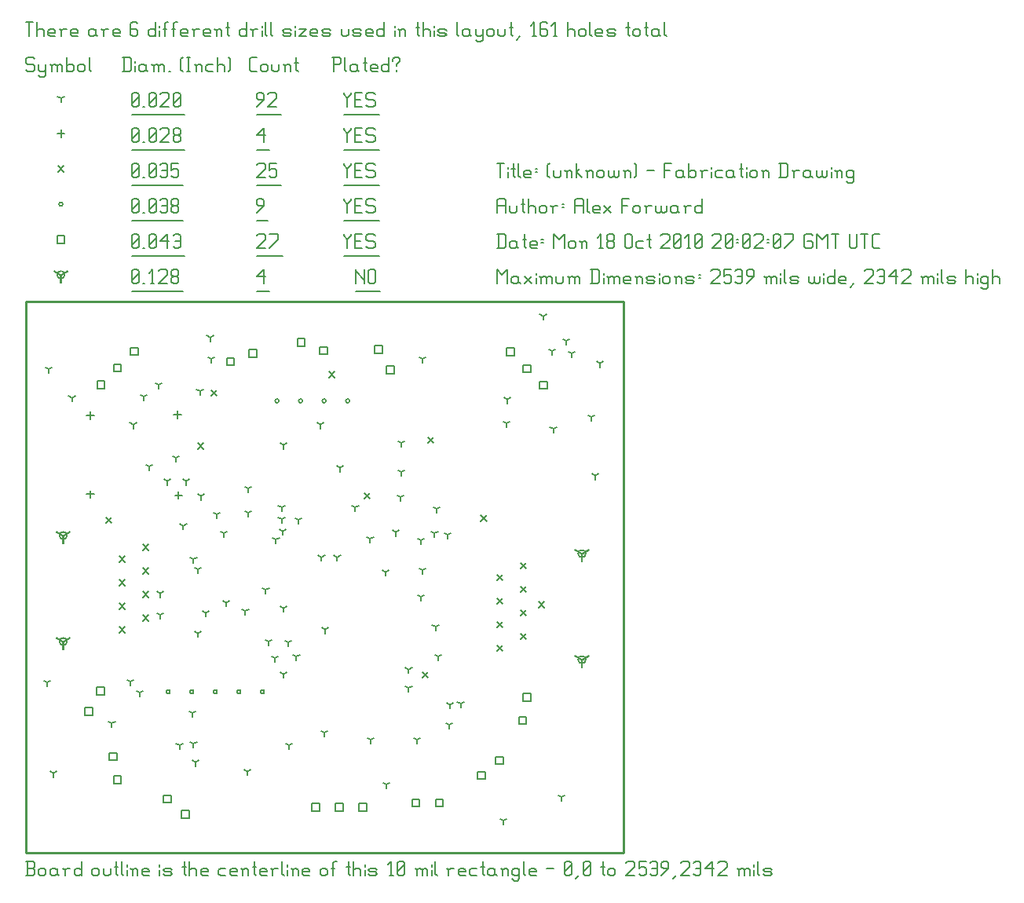
<source format=gbr>
G04 start of page 18 for group -3984 idx -3984 *
G04 Title: (unknown), fab *
G04 Creator: pcb 20100929 *
G04 CreationDate: Mon 18 Oct 2010 20:02:07 GMT UTC *
G04 For: alex *
G04 Format: Gerber/RS-274X *
G04 PCB-Dimensions: 253937 234252 *
G04 PCB-Coordinate-Origin: lower left *
%MOIN*%
%FSLAX25Y25*%
%LNFAB*%
%ADD11C,0.0200*%
%ADD62C,0.0100*%
%ADD64R,0.0080X0.0080*%
%ADD65C,0.0060*%
G54D64*X236182Y127087D02*Y123887D01*
G54D11*G36*
X235635Y127234D02*X239101Y129234D01*
X239501Y128541D01*
X236035Y126541D01*
X235635Y127234D01*
G37*
G36*
X236328Y126541D02*X232862Y128541D01*
X233262Y129234D01*
X236728Y127234D01*
X236328Y126541D01*
G37*
G54D64*X234582Y127087D02*G75*G03X237782Y127087I1600J0D01*G01*
G75*G03X234582Y127087I-1600J0D01*G01*
X236182Y82087D02*Y78887D01*
G54D11*G36*
X235635Y82234D02*X239101Y84234D01*
X239501Y83541D01*
X236035Y81541D01*
X235635Y82234D01*
G37*
G36*
X236328Y81541D02*X232862Y83541D01*
X233262Y84234D01*
X236728Y82234D01*
X236328Y81541D01*
G37*
G54D64*X234582Y82087D02*G75*G03X237782Y82087I1600J0D01*G01*
G75*G03X234582Y82087I-1600J0D01*G01*
X15945Y89804D02*Y86604D01*
G54D11*G36*
X15398Y89951D02*X18864Y91951D01*
X19264Y91258D01*
X15798Y89258D01*
X15398Y89951D01*
G37*
G36*
X16091Y89258D02*X12625Y91258D01*
X13025Y91951D01*
X16491Y89951D01*
X16091Y89258D01*
G37*
G54D64*X14345Y89804D02*G75*G03X17545Y89804I1600J0D01*G01*
G75*G03X14345Y89804I-1600J0D01*G01*
X15945Y134804D02*Y131604D01*
G54D11*G36*
X15398Y134951D02*X18864Y136951D01*
X19264Y136258D01*
X15798Y134258D01*
X15398Y134951D01*
G37*
G36*
X16091Y134258D02*X12625Y136258D01*
X13025Y136951D01*
X16491Y134951D01*
X16091Y134258D01*
G37*
G54D64*X14345Y134804D02*G75*G03X17545Y134804I1600J0D01*G01*
G75*G03X14345Y134804I-1600J0D01*G01*
X15000Y245502D02*Y242302D01*
G54D11*G36*
X14453Y245648D02*X17919Y247648D01*
X18319Y246955D01*
X14853Y244955D01*
X14453Y245648D01*
G37*
G36*
X15146Y244955D02*X11680Y246955D01*
X12080Y247648D01*
X15546Y245648D01*
X15146Y244955D01*
G37*
G54D64*X13400Y245502D02*G75*G03X16600Y245502I1600J0D01*G01*
G75*G03X13400Y245502I-1600J0D01*G01*
G54D65*X140000Y247752D02*Y241752D01*
Y247752D02*Y247002D01*
X143750Y243252D01*
Y247752D02*Y241752D01*
X145551Y247002D02*Y242502D01*
Y247002D02*X146301Y247752D01*
X147801D01*
X148551Y247002D01*
Y242502D01*
X147801Y241752D02*X148551Y242502D01*
X146301Y241752D02*X147801D01*
X145551Y242502D02*X146301Y241752D01*
X140000Y238501D02*X150353D01*
X98000Y244752D02*X101000Y247752D01*
X98000Y244752D02*X101750D01*
X101000Y247752D02*Y241752D01*
X98000Y238501D02*X103551D01*
X45000Y242502D02*X45750Y241752D01*
X45000Y247002D02*Y242502D01*
Y247002D02*X45750Y247752D01*
X47250D01*
X48000Y247002D01*
Y242502D01*
X47250Y241752D02*X48000Y242502D01*
X45750Y241752D02*X47250D01*
X45000Y243252D02*X48000Y246252D01*
X49801Y241752D02*X50551D01*
X53103D02*X54603D01*
X53853Y247752D02*Y241752D01*
X52353Y246252D02*X53853Y247752D01*
X56404Y247002D02*X57154Y247752D01*
X59404D01*
X60154Y247002D01*
Y245502D01*
X56404Y241752D02*X60154Y245502D01*
X56404Y241752D02*X60154D01*
X61956Y242502D02*X62706Y241752D01*
X61956Y244002D02*Y242502D01*
Y244002D02*X62706Y244752D01*
X64206D01*
X64956Y244002D01*
Y242502D01*
X64206Y241752D02*X64956Y242502D01*
X62706Y241752D02*X64206D01*
X61956Y245502D02*X62706Y244752D01*
X61956Y247002D02*Y245502D01*
Y247002D02*X62706Y247752D01*
X64206D01*
X64956Y247002D01*
Y245502D01*
X64206Y244752D02*X64956Y245502D01*
X45000Y238501D02*X66757D01*
X66117Y18136D02*X69317D01*
X66117D02*Y14936D01*
X69317D01*
Y18136D02*Y14936D01*
X58457Y24564D02*X61657D01*
X58457D02*Y21364D01*
X61657D01*
Y24564D02*Y21364D01*
X199582Y40971D02*X202782D01*
X199582D02*Y37771D01*
X202782D01*
Y40971D02*Y37771D01*
X191921Y34543D02*X195121D01*
X191921D02*Y31343D01*
X195121D01*
Y34543D02*Y31343D01*
X148125Y215379D02*X151325D01*
X148125D02*Y212179D01*
X151325D01*
Y215379D02*Y212179D01*
X153125Y206719D02*X156325D01*
X153125D02*Y203519D01*
X156325D01*
Y206719D02*Y203519D01*
X85408Y210262D02*X88608D01*
X85408D02*Y207062D01*
X88608D01*
Y210262D02*Y207062D01*
X94805Y213682D02*X98005D01*
X94805D02*Y210482D01*
X98005D01*
Y213682D02*Y210482D01*
X37377Y32703D02*X40577D01*
X37377D02*Y29503D01*
X40577D01*
Y32703D02*Y29503D01*
X35640Y42551D02*X38840D01*
X35640D02*Y39351D01*
X38840D01*
Y42551D02*Y39351D01*
X115381Y218407D02*X118581D01*
X115381D02*Y215207D01*
X118581D01*
Y218407D02*Y215207D01*
X124778Y214986D02*X127978D01*
X124778D02*Y211786D01*
X127978D01*
Y214986D02*Y211786D01*
X25172Y61837D02*X28372D01*
X25172D02*Y58637D01*
X28372D01*
Y61837D02*Y58637D01*
X30172Y70497D02*X33372D01*
X30172D02*Y67297D01*
X33372D01*
Y70497D02*Y67297D01*
X211160Y67747D02*X214360D01*
X211160D02*Y64547D01*
X214360D01*
Y67747D02*Y64547D01*
X209424Y57900D02*X212624D01*
X209424D02*Y54700D01*
X212624D01*
Y57900D02*Y54700D01*
X173991Y22860D02*X177191D01*
X173991D02*Y19660D01*
X177191D01*
Y22860D02*Y19660D01*
X163991Y22860D02*X167191D01*
X163991D02*Y19660D01*
X167191D01*
Y22860D02*Y19660D01*
X204141Y214364D02*X207341D01*
X204141D02*Y211164D01*
X207341D01*
Y214364D02*Y211164D01*
X211212Y207293D02*X214412D01*
X211212D02*Y204093D01*
X214412D01*
Y207293D02*Y204093D01*
X218283Y200222D02*X221483D01*
X218283D02*Y197022D01*
X221483D01*
Y200222D02*Y197022D01*
X30320Y200450D02*X33520D01*
X30320D02*Y197250D01*
X33520D01*
Y200450D02*Y197250D01*
X37391Y207521D02*X40591D01*
X37391D02*Y204321D01*
X40591D01*
Y207521D02*Y204321D01*
X44463Y214593D02*X47663D01*
X44463D02*Y211393D01*
X47663D01*
Y214593D02*Y211393D01*
X141629Y21090D02*X144829D01*
X141629D02*Y17890D01*
X144829D01*
Y21090D02*Y17890D01*
X131629Y21090D02*X134829D01*
X131629D02*Y17890D01*
X134829D01*
Y21090D02*Y17890D01*
X121629Y21090D02*X124829D01*
X121629D02*Y17890D01*
X124829D01*
Y21090D02*Y17890D01*
X13400Y262102D02*X16600D01*
X13400D02*Y258902D01*
X16600D01*
Y262102D02*Y258902D01*
X135000Y262752D02*Y262002D01*
X136500Y260502D01*
X138000Y262002D01*
Y262752D02*Y262002D01*
X136500Y260502D02*Y256752D01*
X139801Y259752D02*X142051D01*
X139801Y256752D02*X142801D01*
X139801Y262752D02*Y256752D01*
Y262752D02*X142801D01*
X147603D02*X148353Y262002D01*
X145353Y262752D02*X147603D01*
X144603Y262002D02*X145353Y262752D01*
X144603Y262002D02*Y260502D01*
X145353Y259752D01*
X147603D01*
X148353Y259002D01*
Y257502D01*
X147603Y256752D02*X148353Y257502D01*
X145353Y256752D02*X147603D01*
X144603Y257502D02*X145353Y256752D01*
X135000Y253501D02*X150154D01*
X98000Y262002D02*X98750Y262752D01*
X101000D01*
X101750Y262002D01*
Y260502D01*
X98000Y256752D02*X101750Y260502D01*
X98000Y256752D02*X101750D01*
X103551D02*X107301Y260502D01*
Y262752D02*Y260502D01*
X103551Y262752D02*X107301D01*
X98000Y253501D02*X109103D01*
X45000Y257502D02*X45750Y256752D01*
X45000Y262002D02*Y257502D01*
Y262002D02*X45750Y262752D01*
X47250D01*
X48000Y262002D01*
Y257502D01*
X47250Y256752D02*X48000Y257502D01*
X45750Y256752D02*X47250D01*
X45000Y258252D02*X48000Y261252D01*
X49801Y256752D02*X50551D01*
X52353Y257502D02*X53103Y256752D01*
X52353Y262002D02*Y257502D01*
Y262002D02*X53103Y262752D01*
X54603D01*
X55353Y262002D01*
Y257502D01*
X54603Y256752D02*X55353Y257502D01*
X53103Y256752D02*X54603D01*
X52353Y258252D02*X55353Y261252D01*
X57154Y259752D02*X60154Y262752D01*
X57154Y259752D02*X60904D01*
X60154Y262752D02*Y256752D01*
X62706Y262002D02*X63456Y262752D01*
X64956D01*
X65706Y262002D01*
Y257502D01*
X64956Y256752D02*X65706Y257502D01*
X63456Y256752D02*X64956D01*
X62706Y257502D02*X63456Y256752D01*
Y259752D02*X65706D01*
X45000Y253501D02*X67507D01*
X59750Y68503D02*G75*G03X61350Y68503I800J0D01*G01*
G75*G03X59750Y68503I-800J0D01*G01*
X69750D02*G75*G03X71350Y68503I800J0D01*G01*
G75*G03X69750Y68503I-800J0D01*G01*
X79750D02*G75*G03X81350Y68503I800J0D01*G01*
G75*G03X79750Y68503I-800J0D01*G01*
X89750D02*G75*G03X91350Y68503I800J0D01*G01*
G75*G03X89750Y68503I-800J0D01*G01*
X99750D02*G75*G03X101350Y68503I800J0D01*G01*
G75*G03X99750Y68503I-800J0D01*G01*
X105917Y191969D02*G75*G03X107517Y191969I800J0D01*G01*
G75*G03X105917Y191969I-800J0D01*G01*
X115917D02*G75*G03X117517Y191969I800J0D01*G01*
G75*G03X115917Y191969I-800J0D01*G01*
X125917D02*G75*G03X127517Y191969I800J0D01*G01*
G75*G03X125917Y191969I-800J0D01*G01*
X135917D02*G75*G03X137517Y191969I800J0D01*G01*
G75*G03X135917Y191969I-800J0D01*G01*
X14200Y275502D02*G75*G03X15800Y275502I800J0D01*G01*
G75*G03X14200Y275502I-800J0D01*G01*
X135000Y277752D02*Y277002D01*
X136500Y275502D01*
X138000Y277002D01*
Y277752D02*Y277002D01*
X136500Y275502D02*Y271752D01*
X139801Y274752D02*X142051D01*
X139801Y271752D02*X142801D01*
X139801Y277752D02*Y271752D01*
Y277752D02*X142801D01*
X147603D02*X148353Y277002D01*
X145353Y277752D02*X147603D01*
X144603Y277002D02*X145353Y277752D01*
X144603Y277002D02*Y275502D01*
X145353Y274752D01*
X147603D01*
X148353Y274002D01*
Y272502D01*
X147603Y271752D02*X148353Y272502D01*
X145353Y271752D02*X147603D01*
X144603Y272502D02*X145353Y271752D01*
X135000Y268501D02*X150154D01*
X98000Y271752D02*X101000Y274752D01*
Y277002D02*Y274752D01*
X100250Y277752D02*X101000Y277002D01*
X98750Y277752D02*X100250D01*
X98000Y277002D02*X98750Y277752D01*
X98000Y277002D02*Y275502D01*
X98750Y274752D01*
X101000D01*
X98000Y268501D02*X102801D01*
X45000Y272502D02*X45750Y271752D01*
X45000Y277002D02*Y272502D01*
Y277002D02*X45750Y277752D01*
X47250D01*
X48000Y277002D01*
Y272502D01*
X47250Y271752D02*X48000Y272502D01*
X45750Y271752D02*X47250D01*
X45000Y273252D02*X48000Y276252D01*
X49801Y271752D02*X50551D01*
X52353Y272502D02*X53103Y271752D01*
X52353Y277002D02*Y272502D01*
Y277002D02*X53103Y277752D01*
X54603D01*
X55353Y277002D01*
Y272502D01*
X54603Y271752D02*X55353Y272502D01*
X53103Y271752D02*X54603D01*
X52353Y273252D02*X55353Y276252D01*
X57154Y277002D02*X57904Y277752D01*
X59404D01*
X60154Y277002D01*
Y272502D01*
X59404Y271752D02*X60154Y272502D01*
X57904Y271752D02*X59404D01*
X57154Y272502D02*X57904Y271752D01*
Y274752D02*X60154D01*
X61956Y272502D02*X62706Y271752D01*
X61956Y274002D02*Y272502D01*
Y274002D02*X62706Y274752D01*
X64206D01*
X64956Y274002D01*
Y272502D01*
X64206Y271752D02*X64956Y272502D01*
X62706Y271752D02*X64206D01*
X61956Y275502D02*X62706Y274752D01*
X61956Y277002D02*Y275502D01*
Y277002D02*X62706Y277752D01*
X64206D01*
X64956Y277002D01*
Y275502D01*
X64206Y274752D02*X64956Y275502D01*
X45000Y268501D02*X66757D01*
X199982Y88287D02*X202382Y85887D01*
X199982D02*X202382Y88287D01*
X209982Y93287D02*X212382Y90887D01*
X209982D02*X212382Y93287D01*
X199982Y108287D02*X202382Y105887D01*
X199982D02*X202382Y108287D01*
X209982Y113287D02*X212382Y110887D01*
X209982D02*X212382Y113287D01*
X209982Y103287D02*X212382Y100887D01*
X209982D02*X212382Y103287D01*
X209982Y123287D02*X212382Y120887D01*
X209982D02*X212382Y123287D01*
X199982Y118287D02*X202382Y115887D01*
X199982D02*X202382Y118287D01*
X199982Y98287D02*X202382Y95887D01*
X199982D02*X202382Y98287D01*
X49745Y131004D02*X52145Y128604D01*
X49745D02*X52145Y131004D01*
X39745Y126004D02*X42145Y123604D01*
X39745D02*X42145Y126004D01*
X49745Y111004D02*X52145Y108604D01*
X49745D02*X52145Y111004D01*
X39745Y106004D02*X42145Y103604D01*
X39745D02*X42145Y106004D01*
X39745Y116004D02*X42145Y113604D01*
X39745D02*X42145Y116004D01*
X39745Y96004D02*X42145Y93604D01*
X39745D02*X42145Y96004D01*
X49745Y101004D02*X52145Y98604D01*
X49745D02*X52145Y101004D01*
X49745Y121004D02*X52145Y118604D01*
X49745D02*X52145Y121004D01*
X73210Y174035D02*X75610Y171635D01*
X73210D02*X75610Y174035D01*
X143682Y152775D02*X146082Y150375D01*
X143682D02*X146082Y152775D01*
X128722Y204350D02*X131122Y201950D01*
X128722D02*X131122Y204350D01*
X78722Y196476D02*X81122Y194076D01*
X78722D02*X81122Y196476D01*
X34234Y142539D02*X36634Y140139D01*
X34234D02*X36634Y142539D01*
X193289Y143326D02*X195689Y140926D01*
X193289D02*X195689Y143326D01*
X170848Y176397D02*X173248Y173997D01*
X170848D02*X173248Y176397D01*
X217698Y106712D02*X220098Y104312D01*
X217698D02*X220098Y106712D01*
X168485Y76791D02*X170885Y74391D01*
X168485D02*X170885Y76791D01*
X13800Y291702D02*X16200Y289302D01*
X13800D02*X16200Y291702D01*
X135000Y292752D02*Y292002D01*
X136500Y290502D01*
X138000Y292002D01*
Y292752D02*Y292002D01*
X136500Y290502D02*Y286752D01*
X139801Y289752D02*X142051D01*
X139801Y286752D02*X142801D01*
X139801Y292752D02*Y286752D01*
Y292752D02*X142801D01*
X147603D02*X148353Y292002D01*
X145353Y292752D02*X147603D01*
X144603Y292002D02*X145353Y292752D01*
X144603Y292002D02*Y290502D01*
X145353Y289752D01*
X147603D01*
X148353Y289002D01*
Y287502D01*
X147603Y286752D02*X148353Y287502D01*
X145353Y286752D02*X147603D01*
X144603Y287502D02*X145353Y286752D01*
X135000Y283501D02*X150154D01*
X98000Y292002D02*X98750Y292752D01*
X101000D01*
X101750Y292002D01*
Y290502D01*
X98000Y286752D02*X101750Y290502D01*
X98000Y286752D02*X101750D01*
X103551Y292752D02*X106551D01*
X103551D02*Y289752D01*
X104301Y290502D01*
X105801D01*
X106551Y289752D01*
Y287502D01*
X105801Y286752D02*X106551Y287502D01*
X104301Y286752D02*X105801D01*
X103551Y287502D02*X104301Y286752D01*
X98000Y283501D02*X108353D01*
X45000Y287502D02*X45750Y286752D01*
X45000Y292002D02*Y287502D01*
Y292002D02*X45750Y292752D01*
X47250D01*
X48000Y292002D01*
Y287502D01*
X47250Y286752D02*X48000Y287502D01*
X45750Y286752D02*X47250D01*
X45000Y288252D02*X48000Y291252D01*
X49801Y286752D02*X50551D01*
X52353Y287502D02*X53103Y286752D01*
X52353Y292002D02*Y287502D01*
Y292002D02*X53103Y292752D01*
X54603D01*
X55353Y292002D01*
Y287502D01*
X54603Y286752D02*X55353Y287502D01*
X53103Y286752D02*X54603D01*
X52353Y288252D02*X55353Y291252D01*
X57154Y292002D02*X57904Y292752D01*
X59404D01*
X60154Y292002D01*
Y287502D01*
X59404Y286752D02*X60154Y287502D01*
X57904Y286752D02*X59404D01*
X57154Y287502D02*X57904Y286752D01*
Y289752D02*X60154D01*
X61956Y292752D02*X64956D01*
X61956D02*Y289752D01*
X62706Y290502D01*
X64206D01*
X64956Y289752D01*
Y287502D01*
X64206Y286752D02*X64956Y287502D01*
X62706Y286752D02*X64206D01*
X61956Y287502D02*X62706Y286752D01*
X45000Y283501D02*X66757D01*
X27559Y153963D02*Y150763D01*
X25959Y152363D02*X29159D01*
X27560Y187427D02*Y184227D01*
X25960Y185827D02*X29160D01*
X64961Y153569D02*Y150369D01*
X63361Y151969D02*X66561D01*
X64567Y187820D02*Y184620D01*
X62967Y186220D02*X66167D01*
X15000Y307102D02*Y303902D01*
X13400Y305502D02*X16600D01*
X135000Y307752D02*Y307002D01*
X136500Y305502D01*
X138000Y307002D01*
Y307752D02*Y307002D01*
X136500Y305502D02*Y301752D01*
X139801Y304752D02*X142051D01*
X139801Y301752D02*X142801D01*
X139801Y307752D02*Y301752D01*
Y307752D02*X142801D01*
X147603D02*X148353Y307002D01*
X145353Y307752D02*X147603D01*
X144603Y307002D02*X145353Y307752D01*
X144603Y307002D02*Y305502D01*
X145353Y304752D01*
X147603D01*
X148353Y304002D01*
Y302502D01*
X147603Y301752D02*X148353Y302502D01*
X145353Y301752D02*X147603D01*
X144603Y302502D02*X145353Y301752D01*
X135000Y298501D02*X150154D01*
X98000Y304752D02*X101000Y307752D01*
X98000Y304752D02*X101750D01*
X101000Y307752D02*Y301752D01*
X98000Y298501D02*X103551D01*
X45000Y302502D02*X45750Y301752D01*
X45000Y307002D02*Y302502D01*
Y307002D02*X45750Y307752D01*
X47250D01*
X48000Y307002D01*
Y302502D01*
X47250Y301752D02*X48000Y302502D01*
X45750Y301752D02*X47250D01*
X45000Y303252D02*X48000Y306252D01*
X49801Y301752D02*X50551D01*
X52353Y302502D02*X53103Y301752D01*
X52353Y307002D02*Y302502D01*
Y307002D02*X53103Y307752D01*
X54603D01*
X55353Y307002D01*
Y302502D01*
X54603Y301752D02*X55353Y302502D01*
X53103Y301752D02*X54603D01*
X52353Y303252D02*X55353Y306252D01*
X57154Y307002D02*X57904Y307752D01*
X60154D01*
X60904Y307002D01*
Y305502D01*
X57154Y301752D02*X60904Y305502D01*
X57154Y301752D02*X60904D01*
X62706Y302502D02*X63456Y301752D01*
X62706Y304002D02*Y302502D01*
Y304002D02*X63456Y304752D01*
X64956D01*
X65706Y304002D01*
Y302502D01*
X64956Y301752D02*X65706Y302502D01*
X63456Y301752D02*X64956D01*
X62706Y305502D02*X63456Y304752D01*
X62706Y307002D02*Y305502D01*
Y307002D02*X63456Y307752D01*
X64956D01*
X65706Y307002D01*
Y305502D01*
X64956Y304752D02*X65706Y305502D01*
X45000Y298501D02*X67507D01*
X125197Y181890D02*Y180290D01*
Y181890D02*X126583Y182690D01*
X125197Y181890D02*X123811Y182690D01*
X224016Y180119D02*Y178519D01*
Y180119D02*X225402Y180919D01*
X224016Y180119D02*X222630Y180919D01*
X78347Y218898D02*Y217298D01*
Y218898D02*X79733Y219698D01*
X78347Y218898D02*X76961Y219698D01*
X175197Y83465D02*Y81865D01*
Y83465D02*X176583Y84265D01*
X175197Y83465D02*X173811Y84265D01*
X223426Y212992D02*Y211392D01*
Y212992D02*X224812Y213792D01*
X223426Y212992D02*X222040Y213792D01*
X173623Y135827D02*Y134227D01*
Y135827D02*X175009Y136627D01*
X173623Y135827D02*X172237Y136627D01*
X19686Y193308D02*Y191708D01*
Y193308D02*X21072Y194108D01*
X19686Y193308D02*X18300Y194108D01*
X180217Y62969D02*Y61369D01*
Y62969D02*X181603Y63769D01*
X180217Y62969D02*X178831Y63769D01*
X179134Y135040D02*Y133440D01*
Y135040D02*X180520Y135840D01*
X179134Y135040D02*X177748Y135840D01*
X111418Y89371D02*Y87771D01*
Y89371D02*X112804Y90171D01*
X111418Y89371D02*X110032Y90171D01*
X168504Y209843D02*Y208243D01*
Y209843D02*X169890Y210643D01*
X168504Y209843D02*X167118Y210643D01*
X109056Y136615D02*Y135015D01*
Y136615D02*X110442Y137415D01*
X109056Y136615D02*X107670Y137415D01*
X48425Y68111D02*Y66511D01*
Y68111D02*X49811Y68911D01*
X48425Y68111D02*X47039Y68911D01*
X103150Y89764D02*Y88164D01*
Y89764D02*X104536Y90564D01*
X103150Y89764D02*X101764Y90564D01*
X101969Y111812D02*Y110212D01*
Y111812D02*X103355Y112612D01*
X101969Y111812D02*X100583Y112612D01*
X52363Y164174D02*Y162574D01*
Y164174D02*X53749Y164974D01*
X52363Y164174D02*X50977Y164974D01*
X132284Y125591D02*Y123991D01*
Y125591D02*X133670Y126391D01*
X132284Y125591D02*X130898Y126391D01*
X68111Y157875D02*Y156275D01*
Y157875D02*X69497Y158675D01*
X68111Y157875D02*X66725Y158675D01*
X108662Y146851D02*Y145251D01*
Y146851D02*X110048Y147651D01*
X108662Y146851D02*X107276Y147651D01*
X179922Y54331D02*Y52731D01*
Y54331D02*X181308Y55131D01*
X179922Y54331D02*X178536Y55131D01*
X184646Y63386D02*Y61786D01*
Y63386D02*X186032Y64186D01*
X184646Y63386D02*X183260Y64186D01*
X174016Y96063D02*Y94463D01*
Y96063D02*X175402Y96863D01*
X174016Y96063D02*X172630Y96863D01*
X9843Y205513D02*Y203913D01*
Y205513D02*X11229Y206313D01*
X9843Y205513D02*X8457Y206313D01*
X63780Y167717D02*Y166117D01*
Y167717D02*X65166Y168517D01*
X63780Y167717D02*X62394Y168517D01*
X115748Y141339D02*Y139739D01*
Y141339D02*X117134Y142139D01*
X115748Y141339D02*X114362Y142139D01*
X85040Y106300D02*Y104700D01*
Y106300D02*X86426Y107100D01*
X85040Y106300D02*X83654Y107100D01*
X74410Y151575D02*Y149975D01*
Y151575D02*X75796Y152375D01*
X74410Y151575D02*X73024Y152375D01*
X174410Y146063D02*Y144463D01*
Y146063D02*X175796Y146863D01*
X174410Y146063D02*X173024Y146863D01*
X109449Y103938D02*Y102338D01*
Y103938D02*X110835Y104738D01*
X109449Y103938D02*X108063Y104738D01*
X74016Y196063D02*Y194463D01*
Y196063D02*X75402Y196863D01*
X74016Y196063D02*X72630Y196863D01*
X126772Y51182D02*Y49582D01*
Y51182D02*X128158Y51982D01*
X126772Y51182D02*X125386Y51982D01*
X106300Y133071D02*Y131471D01*
Y133071D02*X107686Y133871D01*
X106300Y133071D02*X104914Y133871D01*
X127166Y94882D02*Y93282D01*
Y94882D02*X128552Y95682D01*
X127166Y94882D02*X125780Y95682D01*
X57087Y101182D02*Y99582D01*
Y101182D02*X58473Y101982D01*
X57087Y101182D02*X55701Y101982D01*
X57087Y110237D02*Y108637D01*
Y110237D02*X58473Y111037D01*
X57087Y110237D02*X55701Y111037D01*
X94489Y144489D02*Y142889D01*
Y144489D02*X95875Y145289D01*
X94489Y144489D02*X93103Y145289D01*
X44489Y72835D02*Y71235D01*
Y72835D02*X45875Y73635D01*
X44489Y72835D02*X43103Y73635D01*
X66930Y138977D02*Y137377D01*
Y138977D02*X68316Y139777D01*
X66930Y138977D02*X65544Y139777D01*
X60237Y157875D02*Y156275D01*
Y157875D02*X61623Y158675D01*
X60237Y157875D02*X58851Y158675D01*
X71261Y124803D02*Y123203D01*
Y124803D02*X72647Y125603D01*
X71261Y124803D02*X69875Y125603D01*
X70867Y59449D02*Y57849D01*
Y59449D02*X72253Y60249D01*
X70867Y59449D02*X69481Y60249D01*
X71260Y46457D02*Y44857D01*
Y46457D02*X72646Y47257D01*
X71260Y46457D02*X69874Y47257D01*
X72048Y38583D02*Y36983D01*
Y38583D02*X73434Y39383D01*
X72048Y38583D02*X70662Y39383D01*
X78741Y209843D02*Y208243D01*
Y209843D02*X80127Y210643D01*
X78741Y209843D02*X77355Y210643D01*
X108662Y141733D02*Y140133D01*
Y141733D02*X110048Y142533D01*
X108662Y141733D02*X107276Y142533D01*
X162599Y70079D02*Y68479D01*
Y70079D02*X163985Y70879D01*
X162599Y70079D02*X161213Y70879D01*
X162599Y77953D02*Y76353D01*
Y77953D02*X163985Y78753D01*
X162599Y77953D02*X161213Y78753D01*
X241733Y160237D02*Y158637D01*
Y160237D02*X243119Y161037D01*
X241733Y160237D02*X240347Y161037D01*
X159449Y174016D02*Y172416D01*
Y174016D02*X160835Y174816D01*
X159449Y174016D02*X158063Y174816D01*
X167717Y108662D02*Y107062D01*
Y108662D02*X169103Y109462D01*
X167717Y108662D02*X166331Y109462D01*
X45670Y181890D02*Y180290D01*
Y181890D02*X47056Y182690D01*
X45670Y181890D02*X44284Y182690D01*
X109449Y173229D02*Y171629D01*
Y173229D02*X110835Y174029D01*
X109449Y173229D02*X108063Y174029D01*
X94095Y34645D02*Y33045D01*
Y34645D02*X95481Y35445D01*
X94095Y34645D02*X92709Y35445D01*
X105906Y82678D02*Y81078D01*
Y82678D02*X107292Y83478D01*
X105906Y82678D02*X104520Y83478D01*
X168504Y120080D02*Y118480D01*
Y120080D02*X169890Y120880D01*
X168504Y120080D02*X167118Y120880D01*
X152756Y119292D02*Y117692D01*
Y119292D02*X154142Y120092D01*
X152756Y119292D02*X151370Y120092D01*
X84252Y135827D02*Y134227D01*
Y135827D02*X85638Y136627D01*
X84252Y135827D02*X82866Y136627D01*
X109449Y75985D02*Y74385D01*
Y75985D02*X110835Y76785D01*
X109449Y75985D02*X108063Y76785D01*
X76378Y101969D02*Y100369D01*
Y101969D02*X77764Y102769D01*
X76378Y101969D02*X74992Y102769D01*
X73229Y120473D02*Y118873D01*
Y120473D02*X74615Y121273D01*
X73229Y120473D02*X71843Y121273D01*
X153150Y29134D02*Y27534D01*
Y29134D02*X154536Y29934D01*
X153150Y29134D02*X151764Y29934D01*
X93308Y102756D02*Y101156D01*
Y102756D02*X94694Y103556D01*
X93308Y102756D02*X91922Y103556D01*
X159056Y151182D02*Y149582D01*
Y151182D02*X160442Y151982D01*
X159056Y151182D02*X157670Y151982D01*
X202756Y13780D02*Y12180D01*
Y13780D02*X204142Y14580D01*
X202756Y13780D02*X201370Y14580D01*
X73229Y93308D02*Y91708D01*
Y93308D02*X74615Y94108D01*
X73229Y93308D02*X71843Y94108D01*
X81103Y143701D02*Y142101D01*
Y143701D02*X82489Y144501D01*
X81103Y143701D02*X79717Y144501D01*
X94489Y154725D02*Y153125D01*
Y154725D02*X95875Y155525D01*
X94489Y154725D02*X93103Y155525D01*
X146457Y48032D02*Y46432D01*
Y48032D02*X147843Y48832D01*
X146457Y48032D02*X145071Y48832D01*
X166142Y48032D02*Y46432D01*
Y48032D02*X167528Y48832D01*
X166142Y48032D02*X164756Y48832D01*
X240158Y185040D02*Y183440D01*
Y185040D02*X241544Y185840D01*
X240158Y185040D02*X238772Y185840D01*
X243702Y207874D02*Y206274D01*
Y207874D02*X245088Y208674D01*
X243702Y207874D02*X242316Y208674D01*
X36615Y55119D02*Y53519D01*
Y55119D02*X38001Y55919D01*
X36615Y55119D02*X35229Y55919D01*
X65355Y45670D02*Y44070D01*
Y45670D02*X66741Y46470D01*
X65355Y45670D02*X63969Y46470D01*
X11811Y33859D02*Y32259D01*
Y33859D02*X13197Y34659D01*
X11811Y33859D02*X10425Y34659D01*
X9056Y72441D02*Y70841D01*
Y72441D02*X10442Y73241D01*
X9056Y72441D02*X7670Y73241D01*
X114961Y83465D02*Y81865D01*
Y83465D02*X116347Y84265D01*
X114961Y83465D02*X113575Y84265D01*
X111811Y45670D02*Y44070D01*
Y45670D02*X113197Y46470D01*
X111811Y45670D02*X110425Y46470D01*
X157087Y136222D02*Y134622D01*
Y136222D02*X158473Y137022D01*
X157087Y136222D02*X155701Y137022D01*
X167717Y132678D02*Y131078D01*
Y132678D02*X169103Y133478D01*
X167717Y132678D02*X166331Y133478D01*
X229528Y217323D02*Y215723D01*
Y217323D02*X230914Y218123D01*
X229528Y217323D02*X228142Y218123D01*
X219685Y227953D02*Y226353D01*
Y227953D02*X221071Y228753D01*
X219685Y227953D02*X218299Y228753D01*
X159449Y161812D02*Y160212D01*
Y161812D02*X160835Y162612D01*
X159449Y161812D02*X158063Y162612D01*
X125591Y125591D02*Y123991D01*
Y125591D02*X126977Y126391D01*
X125591Y125591D02*X124205Y126391D01*
X133465Y163583D02*Y161983D01*
Y163583D02*X134851Y164383D01*
X133465Y163583D02*X132079Y164383D01*
X139961Y146851D02*Y145251D01*
Y146851D02*X141347Y147651D01*
X139961Y146851D02*X138575Y147651D01*
X146260Y133465D02*Y131865D01*
Y133465D02*X147646Y134265D01*
X146260Y133465D02*X144874Y134265D01*
X227363Y23819D02*Y22219D01*
Y23819D02*X228749Y24619D01*
X227363Y23819D02*X225977Y24619D01*
X204528Y192520D02*Y190920D01*
Y192520D02*X205914Y193320D01*
X204528Y192520D02*X203142Y193320D01*
X204134Y182481D02*Y180881D01*
Y182481D02*X205520Y183281D01*
X204134Y182481D02*X202748Y183281D01*
X50197Y193701D02*Y192101D01*
Y193701D02*X51583Y194501D01*
X50197Y193701D02*X48811Y194501D01*
X56497Y198819D02*Y197219D01*
Y198819D02*X57883Y199619D01*
X56497Y198819D02*X55111Y199619D01*
X231890Y212008D02*Y210408D01*
Y212008D02*X233276Y212808D01*
X231890Y212008D02*X230504Y212808D01*
X15000Y320502D02*Y318902D01*
Y320502D02*X16386Y321302D01*
X15000Y320502D02*X13614Y321302D01*
X135000Y322752D02*Y322002D01*
X136500Y320502D01*
X138000Y322002D01*
Y322752D02*Y322002D01*
X136500Y320502D02*Y316752D01*
X139801Y319752D02*X142051D01*
X139801Y316752D02*X142801D01*
X139801Y322752D02*Y316752D01*
Y322752D02*X142801D01*
X147603D02*X148353Y322002D01*
X145353Y322752D02*X147603D01*
X144603Y322002D02*X145353Y322752D01*
X144603Y322002D02*Y320502D01*
X145353Y319752D01*
X147603D01*
X148353Y319002D01*
Y317502D01*
X147603Y316752D02*X148353Y317502D01*
X145353Y316752D02*X147603D01*
X144603Y317502D02*X145353Y316752D01*
X135000Y313501D02*X150154D01*
X98000Y316752D02*X101000Y319752D01*
Y322002D02*Y319752D01*
X100250Y322752D02*X101000Y322002D01*
X98750Y322752D02*X100250D01*
X98000Y322002D02*X98750Y322752D01*
X98000Y322002D02*Y320502D01*
X98750Y319752D01*
X101000D01*
X102801Y322002D02*X103551Y322752D01*
X105801D01*
X106551Y322002D01*
Y320502D01*
X102801Y316752D02*X106551Y320502D01*
X102801Y316752D02*X106551D01*
X98000Y313501D02*X108353D01*
X45000Y317502D02*X45750Y316752D01*
X45000Y322002D02*Y317502D01*
Y322002D02*X45750Y322752D01*
X47250D01*
X48000Y322002D01*
Y317502D01*
X47250Y316752D02*X48000Y317502D01*
X45750Y316752D02*X47250D01*
X45000Y318252D02*X48000Y321252D01*
X49801Y316752D02*X50551D01*
X52353Y317502D02*X53103Y316752D01*
X52353Y322002D02*Y317502D01*
Y322002D02*X53103Y322752D01*
X54603D01*
X55353Y322002D01*
Y317502D01*
X54603Y316752D02*X55353Y317502D01*
X53103Y316752D02*X54603D01*
X52353Y318252D02*X55353Y321252D01*
X57154Y322002D02*X57904Y322752D01*
X60154D01*
X60904Y322002D01*
Y320502D01*
X57154Y316752D02*X60904Y320502D01*
X57154Y316752D02*X60904D01*
X62706Y317502D02*X63456Y316752D01*
X62706Y322002D02*Y317502D01*
Y322002D02*X63456Y322752D01*
X64956D01*
X65706Y322002D01*
Y317502D01*
X64956Y316752D02*X65706Y317502D01*
X63456Y316752D02*X64956D01*
X62706Y318252D02*X65706Y321252D01*
X45000Y313501D02*X67507D01*
X3000Y337752D02*X3750Y337002D01*
X750Y337752D02*X3000D01*
X0Y337002D02*X750Y337752D01*
X0Y337002D02*Y335502D01*
X750Y334752D01*
X3000D01*
X3750Y334002D01*
Y332502D01*
X3000Y331752D02*X3750Y332502D01*
X750Y331752D02*X3000D01*
X0Y332502D02*X750Y331752D01*
X5551Y334752D02*Y332502D01*
X6301Y331752D01*
X8551Y334752D02*Y330252D01*
X7801Y329502D02*X8551Y330252D01*
X6301Y329502D02*X7801D01*
X5551Y330252D02*X6301Y329502D01*
Y331752D02*X7801D01*
X8551Y332502D01*
X11103Y334002D02*Y331752D01*
Y334002D02*X11853Y334752D01*
X12603D01*
X13353Y334002D01*
Y331752D01*
Y334002D02*X14103Y334752D01*
X14853D01*
X15603Y334002D01*
Y331752D01*
X10353Y334752D02*X11103Y334002D01*
X17404Y337752D02*Y331752D01*
Y332502D02*X18154Y331752D01*
X19654D01*
X20404Y332502D01*
Y334002D02*Y332502D01*
X19654Y334752D02*X20404Y334002D01*
X18154Y334752D02*X19654D01*
X17404Y334002D02*X18154Y334752D01*
X22206Y334002D02*Y332502D01*
Y334002D02*X22956Y334752D01*
X24456D01*
X25206Y334002D01*
Y332502D01*
X24456Y331752D02*X25206Y332502D01*
X22956Y331752D02*X24456D01*
X22206Y332502D02*X22956Y331752D01*
X27007Y337752D02*Y332502D01*
X27757Y331752D01*
X41750Y337752D02*Y331752D01*
X44000Y337752D02*X44750Y337002D01*
Y332502D01*
X44000Y331752D02*X44750Y332502D01*
X41000Y331752D02*X44000D01*
X41000Y337752D02*X44000D01*
X46551Y336252D02*Y335502D01*
Y334002D02*Y331752D01*
X50303Y334752D02*X51053Y334002D01*
X48803Y334752D02*X50303D01*
X48053Y334002D02*X48803Y334752D01*
X48053Y334002D02*Y332502D01*
X48803Y331752D01*
X51053Y334752D02*Y332502D01*
X51803Y331752D01*
X48803D02*X50303D01*
X51053Y332502D01*
X54354Y334002D02*Y331752D01*
Y334002D02*X55104Y334752D01*
X55854D01*
X56604Y334002D01*
Y331752D01*
Y334002D02*X57354Y334752D01*
X58104D01*
X58854Y334002D01*
Y331752D01*
X53604Y334752D02*X54354Y334002D01*
X60656Y331752D02*X61406D01*
X65907Y332502D02*X66657Y331752D01*
X65907Y337002D02*X66657Y337752D01*
X65907Y337002D02*Y332502D01*
X68459Y337752D02*X69959D01*
X69209D02*Y331752D01*
X68459D02*X69959D01*
X72510Y334002D02*Y331752D01*
Y334002D02*X73260Y334752D01*
X74010D01*
X74760Y334002D01*
Y331752D01*
X71760Y334752D02*X72510Y334002D01*
X77312Y334752D02*X79562D01*
X76562Y334002D02*X77312Y334752D01*
X76562Y334002D02*Y332502D01*
X77312Y331752D01*
X79562D01*
X81363Y337752D02*Y331752D01*
Y334002D02*X82113Y334752D01*
X83613D01*
X84363Y334002D01*
Y331752D01*
X86165Y337752D02*X86915Y337002D01*
Y332502D01*
X86165Y331752D02*X86915Y332502D01*
X95750Y331752D02*X98000D01*
X95000Y332502D02*X95750Y331752D01*
X95000Y337002D02*Y332502D01*
Y337002D02*X95750Y337752D01*
X98000D01*
X99801Y334002D02*Y332502D01*
Y334002D02*X100551Y334752D01*
X102051D01*
X102801Y334002D01*
Y332502D01*
X102051Y331752D02*X102801Y332502D01*
X100551Y331752D02*X102051D01*
X99801Y332502D02*X100551Y331752D01*
X104603Y334752D02*Y332502D01*
X105353Y331752D01*
X106853D01*
X107603Y332502D01*
Y334752D02*Y332502D01*
X110154Y334002D02*Y331752D01*
Y334002D02*X110904Y334752D01*
X111654D01*
X112404Y334002D01*
Y331752D01*
X109404Y334752D02*X110154Y334002D01*
X114956Y337752D02*Y332502D01*
X115706Y331752D01*
X114206Y335502D02*X115706D01*
X130750Y337752D02*Y331752D01*
X130000Y337752D02*X133000D01*
X133750Y337002D01*
Y335502D01*
X133000Y334752D02*X133750Y335502D01*
X130750Y334752D02*X133000D01*
X135551Y337752D02*Y332502D01*
X136301Y331752D01*
X140053Y334752D02*X140803Y334002D01*
X138553Y334752D02*X140053D01*
X137803Y334002D02*X138553Y334752D01*
X137803Y334002D02*Y332502D01*
X138553Y331752D01*
X140803Y334752D02*Y332502D01*
X141553Y331752D01*
X138553D02*X140053D01*
X140803Y332502D01*
X144104Y337752D02*Y332502D01*
X144854Y331752D01*
X143354Y335502D02*X144854D01*
X147106Y331752D02*X149356D01*
X146356Y332502D02*X147106Y331752D01*
X146356Y334002D02*Y332502D01*
Y334002D02*X147106Y334752D01*
X148606D01*
X149356Y334002D01*
X146356Y333252D02*X149356D01*
Y334002D02*Y333252D01*
X154157Y337752D02*Y331752D01*
X153407D02*X154157Y332502D01*
X151907Y331752D02*X153407D01*
X151157Y332502D02*X151907Y331752D01*
X151157Y334002D02*Y332502D01*
Y334002D02*X151907Y334752D01*
X153407D01*
X154157Y334002D01*
X157459Y334752D02*Y334002D01*
Y332502D02*Y331752D01*
X155959Y337002D02*Y336252D01*
Y337002D02*X156709Y337752D01*
X158209D01*
X158959Y337002D01*
Y336252D01*
X157459Y334752D02*X158959Y336252D01*
X0Y352752D02*X3000D01*
X1500D02*Y346752D01*
X4801Y352752D02*Y346752D01*
Y349002D02*X5551Y349752D01*
X7051D01*
X7801Y349002D01*
Y346752D01*
X10353D02*X12603D01*
X9603Y347502D02*X10353Y346752D01*
X9603Y349002D02*Y347502D01*
Y349002D02*X10353Y349752D01*
X11853D01*
X12603Y349002D01*
X9603Y348252D02*X12603D01*
Y349002D02*Y348252D01*
X15154Y349002D02*Y346752D01*
Y349002D02*X15904Y349752D01*
X17404D01*
X14404D02*X15154Y349002D01*
X19956Y346752D02*X22206D01*
X19206Y347502D02*X19956Y346752D01*
X19206Y349002D02*Y347502D01*
Y349002D02*X19956Y349752D01*
X21456D01*
X22206Y349002D01*
X19206Y348252D02*X22206D01*
Y349002D02*Y348252D01*
X28957Y349752D02*X29707Y349002D01*
X27457Y349752D02*X28957D01*
X26707Y349002D02*X27457Y349752D01*
X26707Y349002D02*Y347502D01*
X27457Y346752D01*
X29707Y349752D02*Y347502D01*
X30457Y346752D01*
X27457D02*X28957D01*
X29707Y347502D01*
X33009Y349002D02*Y346752D01*
Y349002D02*X33759Y349752D01*
X35259D01*
X32259D02*X33009Y349002D01*
X37810Y346752D02*X40060D01*
X37060Y347502D02*X37810Y346752D01*
X37060Y349002D02*Y347502D01*
Y349002D02*X37810Y349752D01*
X39310D01*
X40060Y349002D01*
X37060Y348252D02*X40060D01*
Y349002D02*Y348252D01*
X46812Y352752D02*X47562Y352002D01*
X45312Y352752D02*X46812D01*
X44562Y352002D02*X45312Y352752D01*
X44562Y352002D02*Y347502D01*
X45312Y346752D01*
X46812Y349752D02*X47562Y349002D01*
X44562Y349752D02*X46812D01*
X45312Y346752D02*X46812D01*
X47562Y347502D01*
Y349002D02*Y347502D01*
X55063Y352752D02*Y346752D01*
X54313D02*X55063Y347502D01*
X52813Y346752D02*X54313D01*
X52063Y347502D02*X52813Y346752D01*
X52063Y349002D02*Y347502D01*
Y349002D02*X52813Y349752D01*
X54313D01*
X55063Y349002D01*
X56865Y351252D02*Y350502D01*
Y349002D02*Y346752D01*
X59116Y352002D02*Y346752D01*
Y352002D02*X59866Y352752D01*
X60616D01*
X58366Y349752D02*X59866D01*
X62868Y352002D02*Y346752D01*
Y352002D02*X63618Y352752D01*
X64368D01*
X62118Y349752D02*X63618D01*
X66619Y346752D02*X68869D01*
X65869Y347502D02*X66619Y346752D01*
X65869Y349002D02*Y347502D01*
Y349002D02*X66619Y349752D01*
X68119D01*
X68869Y349002D01*
X65869Y348252D02*X68869D01*
Y349002D02*Y348252D01*
X71421Y349002D02*Y346752D01*
Y349002D02*X72171Y349752D01*
X73671D01*
X70671D02*X71421Y349002D01*
X76222Y346752D02*X78472D01*
X75472Y347502D02*X76222Y346752D01*
X75472Y349002D02*Y347502D01*
Y349002D02*X76222Y349752D01*
X77722D01*
X78472Y349002D01*
X75472Y348252D02*X78472D01*
Y349002D02*Y348252D01*
X81024Y349002D02*Y346752D01*
Y349002D02*X81774Y349752D01*
X82524D01*
X83274Y349002D01*
Y346752D01*
X80274Y349752D02*X81024Y349002D01*
X85825Y352752D02*Y347502D01*
X86575Y346752D01*
X85075Y350502D02*X86575D01*
X93777Y352752D02*Y346752D01*
X93027D02*X93777Y347502D01*
X91527Y346752D02*X93027D01*
X90777Y347502D02*X91527Y346752D01*
X90777Y349002D02*Y347502D01*
Y349002D02*X91527Y349752D01*
X93027D01*
X93777Y349002D01*
X96328D02*Y346752D01*
Y349002D02*X97078Y349752D01*
X98578D01*
X95578D02*X96328Y349002D01*
X100380Y351252D02*Y350502D01*
Y349002D02*Y346752D01*
X101881Y352752D02*Y347502D01*
X102631Y346752D01*
X104133Y352752D02*Y347502D01*
X104883Y346752D01*
X109834D02*X112084D01*
X112834Y347502D01*
X112084Y348252D02*X112834Y347502D01*
X109834Y348252D02*X112084D01*
X109084Y349002D02*X109834Y348252D01*
X109084Y349002D02*X109834Y349752D01*
X112084D01*
X112834Y349002D01*
X109084Y347502D02*X109834Y346752D01*
X114636Y351252D02*Y350502D01*
Y349002D02*Y346752D01*
X116137Y349752D02*X119137D01*
X116137Y346752D02*X119137Y349752D01*
X116137Y346752D02*X119137D01*
X121689D02*X123939D01*
X120939Y347502D02*X121689Y346752D01*
X120939Y349002D02*Y347502D01*
Y349002D02*X121689Y349752D01*
X123189D01*
X123939Y349002D01*
X120939Y348252D02*X123939D01*
Y349002D02*Y348252D01*
X126490Y346752D02*X128740D01*
X129490Y347502D01*
X128740Y348252D02*X129490Y347502D01*
X126490Y348252D02*X128740D01*
X125740Y349002D02*X126490Y348252D01*
X125740Y349002D02*X126490Y349752D01*
X128740D01*
X129490Y349002D01*
X125740Y347502D02*X126490Y346752D01*
X133992Y349752D02*Y347502D01*
X134742Y346752D01*
X136242D01*
X136992Y347502D01*
Y349752D02*Y347502D01*
X139543Y346752D02*X141793D01*
X142543Y347502D01*
X141793Y348252D02*X142543Y347502D01*
X139543Y348252D02*X141793D01*
X138793Y349002D02*X139543Y348252D01*
X138793Y349002D02*X139543Y349752D01*
X141793D01*
X142543Y349002D01*
X138793Y347502D02*X139543Y346752D01*
X145095D02*X147345D01*
X144345Y347502D02*X145095Y346752D01*
X144345Y349002D02*Y347502D01*
Y349002D02*X145095Y349752D01*
X146595D01*
X147345Y349002D01*
X144345Y348252D02*X147345D01*
Y349002D02*Y348252D01*
X152146Y352752D02*Y346752D01*
X151396D02*X152146Y347502D01*
X149896Y346752D02*X151396D01*
X149146Y347502D02*X149896Y346752D01*
X149146Y349002D02*Y347502D01*
Y349002D02*X149896Y349752D01*
X151396D01*
X152146Y349002D01*
X156648Y351252D02*Y350502D01*
Y349002D02*Y346752D01*
X158899Y349002D02*Y346752D01*
Y349002D02*X159649Y349752D01*
X160399D01*
X161149Y349002D01*
Y346752D01*
X158149Y349752D02*X158899Y349002D01*
X166401Y352752D02*Y347502D01*
X167151Y346752D01*
X165651Y350502D02*X167151D01*
X168652Y352752D02*Y346752D01*
Y349002D02*X169402Y349752D01*
X170902D01*
X171652Y349002D01*
Y346752D01*
X173454Y351252D02*Y350502D01*
Y349002D02*Y346752D01*
X175705D02*X177955D01*
X178705Y347502D01*
X177955Y348252D02*X178705Y347502D01*
X175705Y348252D02*X177955D01*
X174955Y349002D02*X175705Y348252D01*
X174955Y349002D02*X175705Y349752D01*
X177955D01*
X178705Y349002D01*
X174955Y347502D02*X175705Y346752D01*
X183207Y352752D02*Y347502D01*
X183957Y346752D01*
X187708Y349752D02*X188458Y349002D01*
X186208Y349752D02*X187708D01*
X185458Y349002D02*X186208Y349752D01*
X185458Y349002D02*Y347502D01*
X186208Y346752D01*
X188458Y349752D02*Y347502D01*
X189208Y346752D01*
X186208D02*X187708D01*
X188458Y347502D01*
X191010Y349752D02*Y347502D01*
X191760Y346752D01*
X194010Y349752D02*Y345252D01*
X193260Y344502D02*X194010Y345252D01*
X191760Y344502D02*X193260D01*
X191010Y345252D02*X191760Y344502D01*
Y346752D02*X193260D01*
X194010Y347502D01*
X195811Y349002D02*Y347502D01*
Y349002D02*X196561Y349752D01*
X198061D01*
X198811Y349002D01*
Y347502D01*
X198061Y346752D02*X198811Y347502D01*
X196561Y346752D02*X198061D01*
X195811Y347502D02*X196561Y346752D01*
X200613Y349752D02*Y347502D01*
X201363Y346752D01*
X202863D01*
X203613Y347502D01*
Y349752D02*Y347502D01*
X206164Y352752D02*Y347502D01*
X206914Y346752D01*
X205414Y350502D02*X206914D01*
X208416Y345252D02*X209916Y346752D01*
X215167D02*X216667D01*
X215917Y352752D02*Y346752D01*
X214417Y351252D02*X215917Y352752D01*
X220719D02*X221469Y352002D01*
X219219Y352752D02*X220719D01*
X218469Y352002D02*X219219Y352752D01*
X218469Y352002D02*Y347502D01*
X219219Y346752D01*
X220719Y349752D02*X221469Y349002D01*
X218469Y349752D02*X220719D01*
X219219Y346752D02*X220719D01*
X221469Y347502D01*
Y349002D02*Y347502D01*
X224020Y346752D02*X225520D01*
X224770Y352752D02*Y346752D01*
X223270Y351252D02*X224770Y352752D01*
X230022D02*Y346752D01*
Y349002D02*X230772Y349752D01*
X232272D01*
X233022Y349002D01*
Y346752D01*
X234823Y349002D02*Y347502D01*
Y349002D02*X235573Y349752D01*
X237073D01*
X237823Y349002D01*
Y347502D01*
X237073Y346752D02*X237823Y347502D01*
X235573Y346752D02*X237073D01*
X234823Y347502D02*X235573Y346752D01*
X239625Y352752D02*Y347502D01*
X240375Y346752D01*
X242626D02*X244876D01*
X241876Y347502D02*X242626Y346752D01*
X241876Y349002D02*Y347502D01*
Y349002D02*X242626Y349752D01*
X244126D01*
X244876Y349002D01*
X241876Y348252D02*X244876D01*
Y349002D02*Y348252D01*
X247428Y346752D02*X249678D01*
X250428Y347502D01*
X249678Y348252D02*X250428Y347502D01*
X247428Y348252D02*X249678D01*
X246678Y349002D02*X247428Y348252D01*
X246678Y349002D02*X247428Y349752D01*
X249678D01*
X250428Y349002D01*
X246678Y347502D02*X247428Y346752D01*
X255679Y352752D02*Y347502D01*
X256429Y346752D01*
X254929Y350502D02*X256429D01*
X257931Y349002D02*Y347502D01*
Y349002D02*X258681Y349752D01*
X260181D01*
X260931Y349002D01*
Y347502D01*
X260181Y346752D02*X260931Y347502D01*
X258681Y346752D02*X260181D01*
X257931Y347502D02*X258681Y346752D01*
X263482Y352752D02*Y347502D01*
X264232Y346752D01*
X262732Y350502D02*X264232D01*
X267984Y349752D02*X268734Y349002D01*
X266484Y349752D02*X267984D01*
X265734Y349002D02*X266484Y349752D01*
X265734Y349002D02*Y347502D01*
X266484Y346752D01*
X268734Y349752D02*Y347502D01*
X269484Y346752D01*
X266484D02*X267984D01*
X268734Y347502D01*
X271285Y352752D02*Y347502D01*
X272035Y346752D01*
G54D62*X0Y234252D02*X253937D01*
X0D02*Y0D01*
X253937Y234252D02*Y0D01*
X0D02*X253937D01*
G54D65*X200000Y247752D02*Y241752D01*
Y247752D02*X202250Y245502D01*
X204500Y247752D01*
Y241752D01*
X208551Y244752D02*X209301Y244002D01*
X207051Y244752D02*X208551D01*
X206301Y244002D02*X207051Y244752D01*
X206301Y244002D02*Y242502D01*
X207051Y241752D01*
X209301Y244752D02*Y242502D01*
X210051Y241752D01*
X207051D02*X208551D01*
X209301Y242502D01*
X211853Y244752D02*X214853Y241752D01*
X211853D02*X214853Y244752D01*
X216654Y246252D02*Y245502D01*
Y244002D02*Y241752D01*
X218906Y244002D02*Y241752D01*
Y244002D02*X219656Y244752D01*
X220406D01*
X221156Y244002D01*
Y241752D01*
Y244002D02*X221906Y244752D01*
X222656D01*
X223406Y244002D01*
Y241752D01*
X218156Y244752D02*X218906Y244002D01*
X225207Y244752D02*Y242502D01*
X225957Y241752D01*
X227457D01*
X228207Y242502D01*
Y244752D02*Y242502D01*
X230759Y244002D02*Y241752D01*
Y244002D02*X231509Y244752D01*
X232259D01*
X233009Y244002D01*
Y241752D01*
Y244002D02*X233759Y244752D01*
X234509D01*
X235259Y244002D01*
Y241752D01*
X230009Y244752D02*X230759Y244002D01*
X240510Y247752D02*Y241752D01*
X242760Y247752D02*X243510Y247002D01*
Y242502D01*
X242760Y241752D02*X243510Y242502D01*
X239760Y241752D02*X242760D01*
X239760Y247752D02*X242760D01*
X245312Y246252D02*Y245502D01*
Y244002D02*Y241752D01*
X247563Y244002D02*Y241752D01*
Y244002D02*X248313Y244752D01*
X249063D01*
X249813Y244002D01*
Y241752D01*
Y244002D02*X250563Y244752D01*
X251313D01*
X252063Y244002D01*
Y241752D01*
X246813Y244752D02*X247563Y244002D01*
X254615Y241752D02*X256865D01*
X253865Y242502D02*X254615Y241752D01*
X253865Y244002D02*Y242502D01*
Y244002D02*X254615Y244752D01*
X256115D01*
X256865Y244002D01*
X253865Y243252D02*X256865D01*
Y244002D02*Y243252D01*
X259416Y244002D02*Y241752D01*
Y244002D02*X260166Y244752D01*
X260916D01*
X261666Y244002D01*
Y241752D01*
X258666Y244752D02*X259416Y244002D01*
X264218Y241752D02*X266468D01*
X267218Y242502D01*
X266468Y243252D02*X267218Y242502D01*
X264218Y243252D02*X266468D01*
X263468Y244002D02*X264218Y243252D01*
X263468Y244002D02*X264218Y244752D01*
X266468D01*
X267218Y244002D01*
X263468Y242502D02*X264218Y241752D01*
X269019Y246252D02*Y245502D01*
Y244002D02*Y241752D01*
X270521Y244002D02*Y242502D01*
Y244002D02*X271271Y244752D01*
X272771D01*
X273521Y244002D01*
Y242502D01*
X272771Y241752D02*X273521Y242502D01*
X271271Y241752D02*X272771D01*
X270521Y242502D02*X271271Y241752D01*
X276072Y244002D02*Y241752D01*
Y244002D02*X276822Y244752D01*
X277572D01*
X278322Y244002D01*
Y241752D01*
X275322Y244752D02*X276072Y244002D01*
X280874Y241752D02*X283124D01*
X283874Y242502D01*
X283124Y243252D02*X283874Y242502D01*
X280874Y243252D02*X283124D01*
X280124Y244002D02*X280874Y243252D01*
X280124Y244002D02*X280874Y244752D01*
X283124D01*
X283874Y244002D01*
X280124Y242502D02*X280874Y241752D01*
X285675Y245502D02*X286425D01*
X285675Y244002D02*X286425D01*
X290927Y247002D02*X291677Y247752D01*
X293927D01*
X294677Y247002D01*
Y245502D01*
X290927Y241752D02*X294677Y245502D01*
X290927Y241752D02*X294677D01*
X296478Y247752D02*X299478D01*
X296478D02*Y244752D01*
X297228Y245502D01*
X298728D01*
X299478Y244752D01*
Y242502D01*
X298728Y241752D02*X299478Y242502D01*
X297228Y241752D02*X298728D01*
X296478Y242502D02*X297228Y241752D01*
X301280Y247002D02*X302030Y247752D01*
X303530D01*
X304280Y247002D01*
Y242502D01*
X303530Y241752D02*X304280Y242502D01*
X302030Y241752D02*X303530D01*
X301280Y242502D02*X302030Y241752D01*
Y244752D02*X304280D01*
X306081Y241752D02*X309081Y244752D01*
Y247002D02*Y244752D01*
X308331Y247752D02*X309081Y247002D01*
X306831Y247752D02*X308331D01*
X306081Y247002D02*X306831Y247752D01*
X306081Y247002D02*Y245502D01*
X306831Y244752D01*
X309081D01*
X314333Y244002D02*Y241752D01*
Y244002D02*X315083Y244752D01*
X315833D01*
X316583Y244002D01*
Y241752D01*
Y244002D02*X317333Y244752D01*
X318083D01*
X318833Y244002D01*
Y241752D01*
X313583Y244752D02*X314333Y244002D01*
X320634Y246252D02*Y245502D01*
Y244002D02*Y241752D01*
X322136Y247752D02*Y242502D01*
X322886Y241752D01*
X325137D02*X327387D01*
X328137Y242502D01*
X327387Y243252D02*X328137Y242502D01*
X325137Y243252D02*X327387D01*
X324387Y244002D02*X325137Y243252D01*
X324387Y244002D02*X325137Y244752D01*
X327387D01*
X328137Y244002D01*
X324387Y242502D02*X325137Y241752D01*
X332639Y244752D02*Y242502D01*
X333389Y241752D01*
X334139D01*
X334889Y242502D01*
Y244752D02*Y242502D01*
X335639Y241752D01*
X336389D01*
X337139Y242502D01*
Y244752D02*Y242502D01*
X338940Y246252D02*Y245502D01*
Y244002D02*Y241752D01*
X343442Y247752D02*Y241752D01*
X342692D02*X343442Y242502D01*
X341192Y241752D02*X342692D01*
X340442Y242502D02*X341192Y241752D01*
X340442Y244002D02*Y242502D01*
Y244002D02*X341192Y244752D01*
X342692D01*
X343442Y244002D01*
X345993Y241752D02*X348243D01*
X345243Y242502D02*X345993Y241752D01*
X345243Y244002D02*Y242502D01*
Y244002D02*X345993Y244752D01*
X347493D01*
X348243Y244002D01*
X345243Y243252D02*X348243D01*
Y244002D02*Y243252D01*
X350045Y240252D02*X351545Y241752D01*
X356046Y247002D02*X356796Y247752D01*
X359046D01*
X359796Y247002D01*
Y245502D01*
X356046Y241752D02*X359796Y245502D01*
X356046Y241752D02*X359796D01*
X361598Y247002D02*X362348Y247752D01*
X363848D01*
X364598Y247002D01*
Y242502D01*
X363848Y241752D02*X364598Y242502D01*
X362348Y241752D02*X363848D01*
X361598Y242502D02*X362348Y241752D01*
Y244752D02*X364598D01*
X366399D02*X369399Y247752D01*
X366399Y244752D02*X370149D01*
X369399Y247752D02*Y241752D01*
X371951Y247002D02*X372701Y247752D01*
X374951D01*
X375701Y247002D01*
Y245502D01*
X371951Y241752D02*X375701Y245502D01*
X371951Y241752D02*X375701D01*
X380952Y244002D02*Y241752D01*
Y244002D02*X381702Y244752D01*
X382452D01*
X383202Y244002D01*
Y241752D01*
Y244002D02*X383952Y244752D01*
X384702D01*
X385452Y244002D01*
Y241752D01*
X380202Y244752D02*X380952Y244002D01*
X387254Y246252D02*Y245502D01*
Y244002D02*Y241752D01*
X388755Y247752D02*Y242502D01*
X389505Y241752D01*
X391757D02*X394007D01*
X394757Y242502D01*
X394007Y243252D02*X394757Y242502D01*
X391757Y243252D02*X394007D01*
X391007Y244002D02*X391757Y243252D01*
X391007Y244002D02*X391757Y244752D01*
X394007D01*
X394757Y244002D01*
X391007Y242502D02*X391757Y241752D01*
X399258Y247752D02*Y241752D01*
Y244002D02*X400008Y244752D01*
X401508D01*
X402258Y244002D01*
Y241752D01*
X404060Y246252D02*Y245502D01*
Y244002D02*Y241752D01*
X407811Y244752D02*X408561Y244002D01*
X406311Y244752D02*X407811D01*
X405561Y244002D02*X406311Y244752D01*
X405561Y244002D02*Y242502D01*
X406311Y241752D01*
X407811D01*
X408561Y242502D01*
X405561Y240252D02*X406311Y239502D01*
X407811D01*
X408561Y240252D01*
Y244752D02*Y240252D01*
X410363Y247752D02*Y241752D01*
Y244002D02*X411113Y244752D01*
X412613D01*
X413363Y244002D01*
Y241752D01*
X0Y-9500D02*X3000D01*
X3750Y-8750D01*
Y-7250D02*Y-8750D01*
X3000Y-6500D02*X3750Y-7250D01*
X750Y-6500D02*X3000D01*
X750Y-3500D02*Y-9500D01*
X0Y-3500D02*X3000D01*
X3750Y-4250D01*
Y-5750D01*
X3000Y-6500D02*X3750Y-5750D01*
X5551Y-7250D02*Y-8750D01*
Y-7250D02*X6301Y-6500D01*
X7801D01*
X8551Y-7250D01*
Y-8750D01*
X7801Y-9500D02*X8551Y-8750D01*
X6301Y-9500D02*X7801D01*
X5551Y-8750D02*X6301Y-9500D01*
X12603Y-6500D02*X13353Y-7250D01*
X11103Y-6500D02*X12603D01*
X10353Y-7250D02*X11103Y-6500D01*
X10353Y-7250D02*Y-8750D01*
X11103Y-9500D01*
X13353Y-6500D02*Y-8750D01*
X14103Y-9500D01*
X11103D02*X12603D01*
X13353Y-8750D01*
X16654Y-7250D02*Y-9500D01*
Y-7250D02*X17404Y-6500D01*
X18904D01*
X15904D02*X16654Y-7250D01*
X23706Y-3500D02*Y-9500D01*
X22956D02*X23706Y-8750D01*
X21456Y-9500D02*X22956D01*
X20706Y-8750D02*X21456Y-9500D01*
X20706Y-7250D02*Y-8750D01*
Y-7250D02*X21456Y-6500D01*
X22956D01*
X23706Y-7250D01*
X28207D02*Y-8750D01*
Y-7250D02*X28957Y-6500D01*
X30457D01*
X31207Y-7250D01*
Y-8750D01*
X30457Y-9500D02*X31207Y-8750D01*
X28957Y-9500D02*X30457D01*
X28207Y-8750D02*X28957Y-9500D01*
X33009Y-6500D02*Y-8750D01*
X33759Y-9500D01*
X35259D01*
X36009Y-8750D01*
Y-6500D02*Y-8750D01*
X38560Y-3500D02*Y-8750D01*
X39310Y-9500D01*
X37810Y-5750D02*X39310D01*
X40812Y-3500D02*Y-8750D01*
X41562Y-9500D01*
X43063Y-5000D02*Y-5750D01*
Y-7250D02*Y-9500D01*
X45315Y-7250D02*Y-9500D01*
Y-7250D02*X46065Y-6500D01*
X46815D01*
X47565Y-7250D01*
Y-9500D01*
X44565Y-6500D02*X45315Y-7250D01*
X50116Y-9500D02*X52366D01*
X49366Y-8750D02*X50116Y-9500D01*
X49366Y-7250D02*Y-8750D01*
Y-7250D02*X50116Y-6500D01*
X51616D01*
X52366Y-7250D01*
X49366Y-8000D02*X52366D01*
Y-7250D02*Y-8000D01*
X56868Y-5000D02*Y-5750D01*
Y-7250D02*Y-9500D01*
X59119D02*X61369D01*
X62119Y-8750D01*
X61369Y-8000D02*X62119Y-8750D01*
X59119Y-8000D02*X61369D01*
X58369Y-7250D02*X59119Y-8000D01*
X58369Y-7250D02*X59119Y-6500D01*
X61369D01*
X62119Y-7250D01*
X58369Y-8750D02*X59119Y-9500D01*
X67371Y-3500D02*Y-8750D01*
X68121Y-9500D01*
X66621Y-5750D02*X68121D01*
X69622Y-3500D02*Y-9500D01*
Y-7250D02*X70372Y-6500D01*
X71872D01*
X72622Y-7250D01*
Y-9500D01*
X75174D02*X77424D01*
X74424Y-8750D02*X75174Y-9500D01*
X74424Y-7250D02*Y-8750D01*
Y-7250D02*X75174Y-6500D01*
X76674D01*
X77424Y-7250D01*
X74424Y-8000D02*X77424D01*
Y-7250D02*Y-8000D01*
X82675Y-6500D02*X84925D01*
X81925Y-7250D02*X82675Y-6500D01*
X81925Y-7250D02*Y-8750D01*
X82675Y-9500D01*
X84925D01*
X87477D02*X89727D01*
X86727Y-8750D02*X87477Y-9500D01*
X86727Y-7250D02*Y-8750D01*
Y-7250D02*X87477Y-6500D01*
X88977D01*
X89727Y-7250D01*
X86727Y-8000D02*X89727D01*
Y-7250D02*Y-8000D01*
X92278Y-7250D02*Y-9500D01*
Y-7250D02*X93028Y-6500D01*
X93778D01*
X94528Y-7250D01*
Y-9500D01*
X91528Y-6500D02*X92278Y-7250D01*
X97080Y-3500D02*Y-8750D01*
X97830Y-9500D01*
X96330Y-5750D02*X97830D01*
X100081Y-9500D02*X102331D01*
X99331Y-8750D02*X100081Y-9500D01*
X99331Y-7250D02*Y-8750D01*
Y-7250D02*X100081Y-6500D01*
X101581D01*
X102331Y-7250D01*
X99331Y-8000D02*X102331D01*
Y-7250D02*Y-8000D01*
X104883Y-7250D02*Y-9500D01*
Y-7250D02*X105633Y-6500D01*
X107133D01*
X104133D02*X104883Y-7250D01*
X108934Y-3500D02*Y-8750D01*
X109684Y-9500D01*
X111186Y-5000D02*Y-5750D01*
Y-7250D02*Y-9500D01*
X113437Y-7250D02*Y-9500D01*
Y-7250D02*X114187Y-6500D01*
X114937D01*
X115687Y-7250D01*
Y-9500D01*
X112687Y-6500D02*X113437Y-7250D01*
X118239Y-9500D02*X120489D01*
X117489Y-8750D02*X118239Y-9500D01*
X117489Y-7250D02*Y-8750D01*
Y-7250D02*X118239Y-6500D01*
X119739D01*
X120489Y-7250D01*
X117489Y-8000D02*X120489D01*
Y-7250D02*Y-8000D01*
X124990Y-7250D02*Y-8750D01*
Y-7250D02*X125740Y-6500D01*
X127240D01*
X127990Y-7250D01*
Y-8750D01*
X127240Y-9500D02*X127990Y-8750D01*
X125740Y-9500D02*X127240D01*
X124990Y-8750D02*X125740Y-9500D01*
X130542Y-4250D02*Y-9500D01*
Y-4250D02*X131292Y-3500D01*
X132042D01*
X129792Y-6500D02*X131292D01*
X136993Y-3500D02*Y-8750D01*
X137743Y-9500D01*
X136243Y-5750D02*X137743D01*
X139245Y-3500D02*Y-9500D01*
Y-7250D02*X139995Y-6500D01*
X141495D01*
X142245Y-7250D01*
Y-9500D01*
X144046Y-5000D02*Y-5750D01*
Y-7250D02*Y-9500D01*
X146298D02*X148548D01*
X149298Y-8750D01*
X148548Y-8000D02*X149298Y-8750D01*
X146298Y-8000D02*X148548D01*
X145548Y-7250D02*X146298Y-8000D01*
X145548Y-7250D02*X146298Y-6500D01*
X148548D01*
X149298Y-7250D01*
X145548Y-8750D02*X146298Y-9500D01*
X154549D02*X156049D01*
X155299Y-3500D02*Y-9500D01*
X153799Y-5000D02*X155299Y-3500D01*
X157851Y-8750D02*X158601Y-9500D01*
X157851Y-4250D02*Y-8750D01*
Y-4250D02*X158601Y-3500D01*
X160101D01*
X160851Y-4250D01*
Y-8750D01*
X160101Y-9500D02*X160851Y-8750D01*
X158601Y-9500D02*X160101D01*
X157851Y-8000D02*X160851Y-5000D01*
X166102Y-7250D02*Y-9500D01*
Y-7250D02*X166852Y-6500D01*
X167602D01*
X168352Y-7250D01*
Y-9500D01*
Y-7250D02*X169102Y-6500D01*
X169852D01*
X170602Y-7250D01*
Y-9500D01*
X165352Y-6500D02*X166102Y-7250D01*
X172404Y-5000D02*Y-5750D01*
Y-7250D02*Y-9500D01*
X173905Y-3500D02*Y-8750D01*
X174655Y-9500D01*
X179607Y-7250D02*Y-9500D01*
Y-7250D02*X180357Y-6500D01*
X181857D01*
X178857D02*X179607Y-7250D01*
X184408Y-9500D02*X186658D01*
X183658Y-8750D02*X184408Y-9500D01*
X183658Y-7250D02*Y-8750D01*
Y-7250D02*X184408Y-6500D01*
X185908D01*
X186658Y-7250D01*
X183658Y-8000D02*X186658D01*
Y-7250D02*Y-8000D01*
X189210Y-6500D02*X191460D01*
X188460Y-7250D02*X189210Y-6500D01*
X188460Y-7250D02*Y-8750D01*
X189210Y-9500D01*
X191460D01*
X194011Y-3500D02*Y-8750D01*
X194761Y-9500D01*
X193261Y-5750D02*X194761D01*
X198513Y-6500D02*X199263Y-7250D01*
X197013Y-6500D02*X198513D01*
X196263Y-7250D02*X197013Y-6500D01*
X196263Y-7250D02*Y-8750D01*
X197013Y-9500D01*
X199263Y-6500D02*Y-8750D01*
X200013Y-9500D01*
X197013D02*X198513D01*
X199263Y-8750D01*
X202564Y-7250D02*Y-9500D01*
Y-7250D02*X203314Y-6500D01*
X204064D01*
X204814Y-7250D01*
Y-9500D01*
X201814Y-6500D02*X202564Y-7250D01*
X208866Y-6500D02*X209616Y-7250D01*
X207366Y-6500D02*X208866D01*
X206616Y-7250D02*X207366Y-6500D01*
X206616Y-7250D02*Y-8750D01*
X207366Y-9500D01*
X208866D01*
X209616Y-8750D01*
X206616Y-11000D02*X207366Y-11750D01*
X208866D01*
X209616Y-11000D01*
Y-6500D02*Y-11000D01*
X211417Y-3500D02*Y-8750D01*
X212167Y-9500D01*
X214419D02*X216669D01*
X213669Y-8750D02*X214419Y-9500D01*
X213669Y-7250D02*Y-8750D01*
Y-7250D02*X214419Y-6500D01*
X215919D01*
X216669Y-7250D01*
X213669Y-8000D02*X216669D01*
Y-7250D02*Y-8000D01*
X221170Y-6500D02*X224170D01*
X228672Y-8750D02*X229422Y-9500D01*
X228672Y-4250D02*Y-8750D01*
Y-4250D02*X229422Y-3500D01*
X230922D01*
X231672Y-4250D01*
Y-8750D01*
X230922Y-9500D02*X231672Y-8750D01*
X229422Y-9500D02*X230922D01*
X228672Y-8000D02*X231672Y-5000D01*
X233473Y-11000D02*X234973Y-9500D01*
X236775Y-8750D02*X237525Y-9500D01*
X236775Y-4250D02*Y-8750D01*
Y-4250D02*X237525Y-3500D01*
X239025D01*
X239775Y-4250D01*
Y-8750D01*
X239025Y-9500D02*X239775Y-8750D01*
X237525Y-9500D02*X239025D01*
X236775Y-8000D02*X239775Y-5000D01*
X245026Y-3500D02*Y-8750D01*
X245776Y-9500D01*
X244276Y-5750D02*X245776D01*
X247278Y-7250D02*Y-8750D01*
Y-7250D02*X248028Y-6500D01*
X249528D01*
X250278Y-7250D01*
Y-8750D01*
X249528Y-9500D02*X250278Y-8750D01*
X248028Y-9500D02*X249528D01*
X247278Y-8750D02*X248028Y-9500D01*
X254779Y-4250D02*X255529Y-3500D01*
X257779D01*
X258529Y-4250D01*
Y-5750D01*
X254779Y-9500D02*X258529Y-5750D01*
X254779Y-9500D02*X258529D01*
X260331Y-3500D02*X263331D01*
X260331D02*Y-6500D01*
X261081Y-5750D01*
X262581D01*
X263331Y-6500D01*
Y-8750D01*
X262581Y-9500D02*X263331Y-8750D01*
X261081Y-9500D02*X262581D01*
X260331Y-8750D02*X261081Y-9500D01*
X265132Y-4250D02*X265882Y-3500D01*
X267382D01*
X268132Y-4250D01*
Y-8750D01*
X267382Y-9500D02*X268132Y-8750D01*
X265882Y-9500D02*X267382D01*
X265132Y-8750D02*X265882Y-9500D01*
Y-6500D02*X268132D01*
X269934Y-9500D02*X272934Y-6500D01*
Y-4250D02*Y-6500D01*
X272184Y-3500D02*X272934Y-4250D01*
X270684Y-3500D02*X272184D01*
X269934Y-4250D02*X270684Y-3500D01*
X269934Y-4250D02*Y-5750D01*
X270684Y-6500D01*
X272934D01*
X274735Y-11000D02*X276235Y-9500D01*
X278037Y-4250D02*X278787Y-3500D01*
X281037D01*
X281787Y-4250D01*
Y-5750D01*
X278037Y-9500D02*X281787Y-5750D01*
X278037Y-9500D02*X281787D01*
X283588Y-4250D02*X284338Y-3500D01*
X285838D01*
X286588Y-4250D01*
Y-8750D01*
X285838Y-9500D02*X286588Y-8750D01*
X284338Y-9500D02*X285838D01*
X283588Y-8750D02*X284338Y-9500D01*
Y-6500D02*X286588D01*
X288390D02*X291390Y-3500D01*
X288390Y-6500D02*X292140D01*
X291390Y-3500D02*Y-9500D01*
X293941Y-4250D02*X294691Y-3500D01*
X296941D01*
X297691Y-4250D01*
Y-5750D01*
X293941Y-9500D02*X297691Y-5750D01*
X293941Y-9500D02*X297691D01*
X302943Y-7250D02*Y-9500D01*
Y-7250D02*X303693Y-6500D01*
X304443D01*
X305193Y-7250D01*
Y-9500D01*
Y-7250D02*X305943Y-6500D01*
X306693D01*
X307443Y-7250D01*
Y-9500D01*
X302193Y-6500D02*X302943Y-7250D01*
X309244Y-5000D02*Y-5750D01*
Y-7250D02*Y-9500D01*
X310746Y-3500D02*Y-8750D01*
X311496Y-9500D01*
X313747D02*X315997D01*
X316747Y-8750D01*
X315997Y-8000D02*X316747Y-8750D01*
X313747Y-8000D02*X315997D01*
X312997Y-7250D02*X313747Y-8000D01*
X312997Y-7250D02*X313747Y-6500D01*
X315997D01*
X316747Y-7250D01*
X312997Y-8750D02*X313747Y-9500D01*
X200750Y262752D02*Y256752D01*
X203000Y262752D02*X203750Y262002D01*
Y257502D01*
X203000Y256752D02*X203750Y257502D01*
X200000Y256752D02*X203000D01*
X200000Y262752D02*X203000D01*
X207801Y259752D02*X208551Y259002D01*
X206301Y259752D02*X207801D01*
X205551Y259002D02*X206301Y259752D01*
X205551Y259002D02*Y257502D01*
X206301Y256752D01*
X208551Y259752D02*Y257502D01*
X209301Y256752D01*
X206301D02*X207801D01*
X208551Y257502D01*
X211853Y262752D02*Y257502D01*
X212603Y256752D01*
X211103Y260502D02*X212603D01*
X214854Y256752D02*X217104D01*
X214104Y257502D02*X214854Y256752D01*
X214104Y259002D02*Y257502D01*
Y259002D02*X214854Y259752D01*
X216354D01*
X217104Y259002D01*
X214104Y258252D02*X217104D01*
Y259002D02*Y258252D01*
X218906Y260502D02*X219656D01*
X218906Y259002D02*X219656D01*
X224157Y262752D02*Y256752D01*
Y262752D02*X226407Y260502D01*
X228657Y262752D01*
Y256752D01*
X230459Y259002D02*Y257502D01*
Y259002D02*X231209Y259752D01*
X232709D01*
X233459Y259002D01*
Y257502D01*
X232709Y256752D02*X233459Y257502D01*
X231209Y256752D02*X232709D01*
X230459Y257502D02*X231209Y256752D01*
X236010Y259002D02*Y256752D01*
Y259002D02*X236760Y259752D01*
X237510D01*
X238260Y259002D01*
Y256752D01*
X235260Y259752D02*X236010Y259002D01*
X243512Y256752D02*X245012D01*
X244262Y262752D02*Y256752D01*
X242762Y261252D02*X244262Y262752D01*
X246813Y257502D02*X247563Y256752D01*
X246813Y259002D02*Y257502D01*
Y259002D02*X247563Y259752D01*
X249063D01*
X249813Y259002D01*
Y257502D01*
X249063Y256752D02*X249813Y257502D01*
X247563Y256752D02*X249063D01*
X246813Y260502D02*X247563Y259752D01*
X246813Y262002D02*Y260502D01*
Y262002D02*X247563Y262752D01*
X249063D01*
X249813Y262002D01*
Y260502D01*
X249063Y259752D02*X249813Y260502D01*
X254315Y262002D02*Y257502D01*
Y262002D02*X255065Y262752D01*
X256565D01*
X257315Y262002D01*
Y257502D01*
X256565Y256752D02*X257315Y257502D01*
X255065Y256752D02*X256565D01*
X254315Y257502D02*X255065Y256752D01*
X259866Y259752D02*X262116D01*
X259116Y259002D02*X259866Y259752D01*
X259116Y259002D02*Y257502D01*
X259866Y256752D01*
X262116D01*
X264668Y262752D02*Y257502D01*
X265418Y256752D01*
X263918Y260502D02*X265418D01*
X269619Y262002D02*X270369Y262752D01*
X272619D01*
X273369Y262002D01*
Y260502D01*
X269619Y256752D02*X273369Y260502D01*
X269619Y256752D02*X273369D01*
X275171Y257502D02*X275921Y256752D01*
X275171Y262002D02*Y257502D01*
Y262002D02*X275921Y262752D01*
X277421D01*
X278171Y262002D01*
Y257502D01*
X277421Y256752D02*X278171Y257502D01*
X275921Y256752D02*X277421D01*
X275171Y258252D02*X278171Y261252D01*
X280722Y256752D02*X282222D01*
X281472Y262752D02*Y256752D01*
X279972Y261252D02*X281472Y262752D01*
X284024Y257502D02*X284774Y256752D01*
X284024Y262002D02*Y257502D01*
Y262002D02*X284774Y262752D01*
X286274D01*
X287024Y262002D01*
Y257502D01*
X286274Y256752D02*X287024Y257502D01*
X284774Y256752D02*X286274D01*
X284024Y258252D02*X287024Y261252D01*
X291525Y262002D02*X292275Y262752D01*
X294525D01*
X295275Y262002D01*
Y260502D01*
X291525Y256752D02*X295275Y260502D01*
X291525Y256752D02*X295275D01*
X297077Y257502D02*X297827Y256752D01*
X297077Y262002D02*Y257502D01*
Y262002D02*X297827Y262752D01*
X299327D01*
X300077Y262002D01*
Y257502D01*
X299327Y256752D02*X300077Y257502D01*
X297827Y256752D02*X299327D01*
X297077Y258252D02*X300077Y261252D01*
X301878Y260502D02*X302628D01*
X301878Y259002D02*X302628D01*
X304430Y257502D02*X305180Y256752D01*
X304430Y262002D02*Y257502D01*
Y262002D02*X305180Y262752D01*
X306680D01*
X307430Y262002D01*
Y257502D01*
X306680Y256752D02*X307430Y257502D01*
X305180Y256752D02*X306680D01*
X304430Y258252D02*X307430Y261252D01*
X309231Y262002D02*X309981Y262752D01*
X312231D01*
X312981Y262002D01*
Y260502D01*
X309231Y256752D02*X312981Y260502D01*
X309231Y256752D02*X312981D01*
X314783Y260502D02*X315533D01*
X314783Y259002D02*X315533D01*
X317334Y257502D02*X318084Y256752D01*
X317334Y262002D02*Y257502D01*
Y262002D02*X318084Y262752D01*
X319584D01*
X320334Y262002D01*
Y257502D01*
X319584Y256752D02*X320334Y257502D01*
X318084Y256752D02*X319584D01*
X317334Y258252D02*X320334Y261252D01*
X322136Y256752D02*X325886Y260502D01*
Y262752D02*Y260502D01*
X322136Y262752D02*X325886D01*
X333387D02*X334137Y262002D01*
X331137Y262752D02*X333387D01*
X330387Y262002D02*X331137Y262752D01*
X330387Y262002D02*Y257502D01*
X331137Y256752D01*
X333387D01*
X334137Y257502D01*
Y259002D02*Y257502D01*
X333387Y259752D02*X334137Y259002D01*
X331887Y259752D02*X333387D01*
X335939Y262752D02*Y256752D01*
Y262752D02*X338189Y260502D01*
X340439Y262752D01*
Y256752D01*
X342240Y262752D02*X345240D01*
X343740D02*Y256752D01*
X349742Y262752D02*Y257502D01*
X350492Y256752D01*
X351992D01*
X352742Y257502D01*
Y262752D02*Y257502D01*
X354543Y262752D02*X357543D01*
X356043D02*Y256752D01*
X360095D02*X362345D01*
X359345Y257502D02*X360095Y256752D01*
X359345Y262002D02*Y257502D01*
Y262002D02*X360095Y262752D01*
X362345D01*
X200000Y277002D02*Y271752D01*
Y277002D02*X200750Y277752D01*
X203000D01*
X203750Y277002D01*
Y271752D01*
X200000Y274752D02*X203750D01*
X205551D02*Y272502D01*
X206301Y271752D01*
X207801D01*
X208551Y272502D01*
Y274752D02*Y272502D01*
X211103Y277752D02*Y272502D01*
X211853Y271752D01*
X210353Y275502D02*X211853D01*
X213354Y277752D02*Y271752D01*
Y274002D02*X214104Y274752D01*
X215604D01*
X216354Y274002D01*
Y271752D01*
X218156Y274002D02*Y272502D01*
Y274002D02*X218906Y274752D01*
X220406D01*
X221156Y274002D01*
Y272502D01*
X220406Y271752D02*X221156Y272502D01*
X218906Y271752D02*X220406D01*
X218156Y272502D02*X218906Y271752D01*
X223707Y274002D02*Y271752D01*
Y274002D02*X224457Y274752D01*
X225957D01*
X222957D02*X223707Y274002D01*
X227759Y275502D02*X228509D01*
X227759Y274002D02*X228509D01*
X233010Y277002D02*Y271752D01*
Y277002D02*X233760Y277752D01*
X236010D01*
X236760Y277002D01*
Y271752D01*
X233010Y274752D02*X236760D01*
X238562Y277752D02*Y272502D01*
X239312Y271752D01*
X241563D02*X243813D01*
X240813Y272502D02*X241563Y271752D01*
X240813Y274002D02*Y272502D01*
Y274002D02*X241563Y274752D01*
X243063D01*
X243813Y274002D01*
X240813Y273252D02*X243813D01*
Y274002D02*Y273252D01*
X245615Y274752D02*X248615Y271752D01*
X245615D02*X248615Y274752D01*
X253116Y277752D02*Y271752D01*
Y277752D02*X256116D01*
X253116Y274752D02*X255366D01*
X257918Y274002D02*Y272502D01*
Y274002D02*X258668Y274752D01*
X260168D01*
X260918Y274002D01*
Y272502D01*
X260168Y271752D02*X260918Y272502D01*
X258668Y271752D02*X260168D01*
X257918Y272502D02*X258668Y271752D01*
X263469Y274002D02*Y271752D01*
Y274002D02*X264219Y274752D01*
X265719D01*
X262719D02*X263469Y274002D01*
X267521Y274752D02*Y272502D01*
X268271Y271752D01*
X269021D01*
X269771Y272502D01*
Y274752D02*Y272502D01*
X270521Y271752D01*
X271271D01*
X272021Y272502D01*
Y274752D02*Y272502D01*
X276072Y274752D02*X276822Y274002D01*
X274572Y274752D02*X276072D01*
X273822Y274002D02*X274572Y274752D01*
X273822Y274002D02*Y272502D01*
X274572Y271752D01*
X276822Y274752D02*Y272502D01*
X277572Y271752D01*
X274572D02*X276072D01*
X276822Y272502D01*
X280124Y274002D02*Y271752D01*
Y274002D02*X280874Y274752D01*
X282374D01*
X279374D02*X280124Y274002D01*
X287175Y277752D02*Y271752D01*
X286425D02*X287175Y272502D01*
X284925Y271752D02*X286425D01*
X284175Y272502D02*X284925Y271752D01*
X284175Y274002D02*Y272502D01*
Y274002D02*X284925Y274752D01*
X286425D01*
X287175Y274002D01*
X200000Y292752D02*X203000D01*
X201500D02*Y286752D01*
X204801Y291252D02*Y290502D01*
Y289002D02*Y286752D01*
X207053Y292752D02*Y287502D01*
X207803Y286752D01*
X206303Y290502D02*X207803D01*
X209304Y292752D02*Y287502D01*
X210054Y286752D01*
X212306D02*X214556D01*
X211556Y287502D02*X212306Y286752D01*
X211556Y289002D02*Y287502D01*
Y289002D02*X212306Y289752D01*
X213806D01*
X214556Y289002D01*
X211556Y288252D02*X214556D01*
Y289002D02*Y288252D01*
X216357Y290502D02*X217107D01*
X216357Y289002D02*X217107D01*
X221609Y287502D02*X222359Y286752D01*
X221609Y292002D02*X222359Y292752D01*
X221609Y292002D02*Y287502D01*
X224160Y289752D02*Y287502D01*
X224910Y286752D01*
X226410D01*
X227160Y287502D01*
Y289752D02*Y287502D01*
X229712Y289002D02*Y286752D01*
Y289002D02*X230462Y289752D01*
X231212D01*
X231962Y289002D01*
Y286752D01*
X228962Y289752D02*X229712Y289002D01*
X233763Y292752D02*Y286752D01*
Y289002D02*X236013Y286752D01*
X233763Y289002D02*X235263Y290502D01*
X238565Y289002D02*Y286752D01*
Y289002D02*X239315Y289752D01*
X240065D01*
X240815Y289002D01*
Y286752D01*
X237815Y289752D02*X238565Y289002D01*
X242616D02*Y287502D01*
Y289002D02*X243366Y289752D01*
X244866D01*
X245616Y289002D01*
Y287502D01*
X244866Y286752D02*X245616Y287502D01*
X243366Y286752D02*X244866D01*
X242616Y287502D02*X243366Y286752D01*
X247418Y289752D02*Y287502D01*
X248168Y286752D01*
X248918D01*
X249668Y287502D01*
Y289752D02*Y287502D01*
X250418Y286752D01*
X251168D01*
X251918Y287502D01*
Y289752D02*Y287502D01*
X254469Y289002D02*Y286752D01*
Y289002D02*X255219Y289752D01*
X255969D01*
X256719Y289002D01*
Y286752D01*
X253719Y289752D02*X254469Y289002D01*
X258521Y292752D02*X259271Y292002D01*
Y287502D01*
X258521Y286752D02*X259271Y287502D01*
X263772Y289752D02*X266772D01*
X271274Y292752D02*Y286752D01*
Y292752D02*X274274D01*
X271274Y289752D02*X273524D01*
X278325D02*X279075Y289002D01*
X276825Y289752D02*X278325D01*
X276075Y289002D02*X276825Y289752D01*
X276075Y289002D02*Y287502D01*
X276825Y286752D01*
X279075Y289752D02*Y287502D01*
X279825Y286752D01*
X276825D02*X278325D01*
X279075Y287502D01*
X281627Y292752D02*Y286752D01*
Y287502D02*X282377Y286752D01*
X283877D01*
X284627Y287502D01*
Y289002D02*Y287502D01*
X283877Y289752D02*X284627Y289002D01*
X282377Y289752D02*X283877D01*
X281627Y289002D02*X282377Y289752D01*
X287178Y289002D02*Y286752D01*
Y289002D02*X287928Y289752D01*
X289428D01*
X286428D02*X287178Y289002D01*
X291230Y291252D02*Y290502D01*
Y289002D02*Y286752D01*
X293481Y289752D02*X295731D01*
X292731Y289002D02*X293481Y289752D01*
X292731Y289002D02*Y287502D01*
X293481Y286752D01*
X295731D01*
X299783Y289752D02*X300533Y289002D01*
X298283Y289752D02*X299783D01*
X297533Y289002D02*X298283Y289752D01*
X297533Y289002D02*Y287502D01*
X298283Y286752D01*
X300533Y289752D02*Y287502D01*
X301283Y286752D01*
X298283D02*X299783D01*
X300533Y287502D01*
X303834Y292752D02*Y287502D01*
X304584Y286752D01*
X303084Y290502D02*X304584D01*
X306086Y291252D02*Y290502D01*
Y289002D02*Y286752D01*
X307587Y289002D02*Y287502D01*
Y289002D02*X308337Y289752D01*
X309837D01*
X310587Y289002D01*
Y287502D01*
X309837Y286752D02*X310587Y287502D01*
X308337Y286752D02*X309837D01*
X307587Y287502D02*X308337Y286752D01*
X313139Y289002D02*Y286752D01*
Y289002D02*X313889Y289752D01*
X314639D01*
X315389Y289002D01*
Y286752D01*
X312389Y289752D02*X313139Y289002D01*
X320640Y292752D02*Y286752D01*
X322890Y292752D02*X323640Y292002D01*
Y287502D01*
X322890Y286752D02*X323640Y287502D01*
X319890Y286752D02*X322890D01*
X319890Y292752D02*X322890D01*
X326192Y289002D02*Y286752D01*
Y289002D02*X326942Y289752D01*
X328442D01*
X325442D02*X326192Y289002D01*
X332493Y289752D02*X333243Y289002D01*
X330993Y289752D02*X332493D01*
X330243Y289002D02*X330993Y289752D01*
X330243Y289002D02*Y287502D01*
X330993Y286752D01*
X333243Y289752D02*Y287502D01*
X333993Y286752D01*
X330993D02*X332493D01*
X333243Y287502D01*
X335795Y289752D02*Y287502D01*
X336545Y286752D01*
X337295D01*
X338045Y287502D01*
Y289752D02*Y287502D01*
X338795Y286752D01*
X339545D01*
X340295Y287502D01*
Y289752D02*Y287502D01*
X342096Y291252D02*Y290502D01*
Y289002D02*Y286752D01*
X344348Y289002D02*Y286752D01*
Y289002D02*X345098Y289752D01*
X345848D01*
X346598Y289002D01*
Y286752D01*
X343598Y289752D02*X344348Y289002D01*
X350649Y289752D02*X351399Y289002D01*
X349149Y289752D02*X350649D01*
X348399Y289002D02*X349149Y289752D01*
X348399Y289002D02*Y287502D01*
X349149Y286752D01*
X350649D01*
X351399Y287502D01*
X348399Y285252D02*X349149Y284502D01*
X350649D01*
X351399Y285252D01*
Y289752D02*Y285252D01*
M02*

</source>
